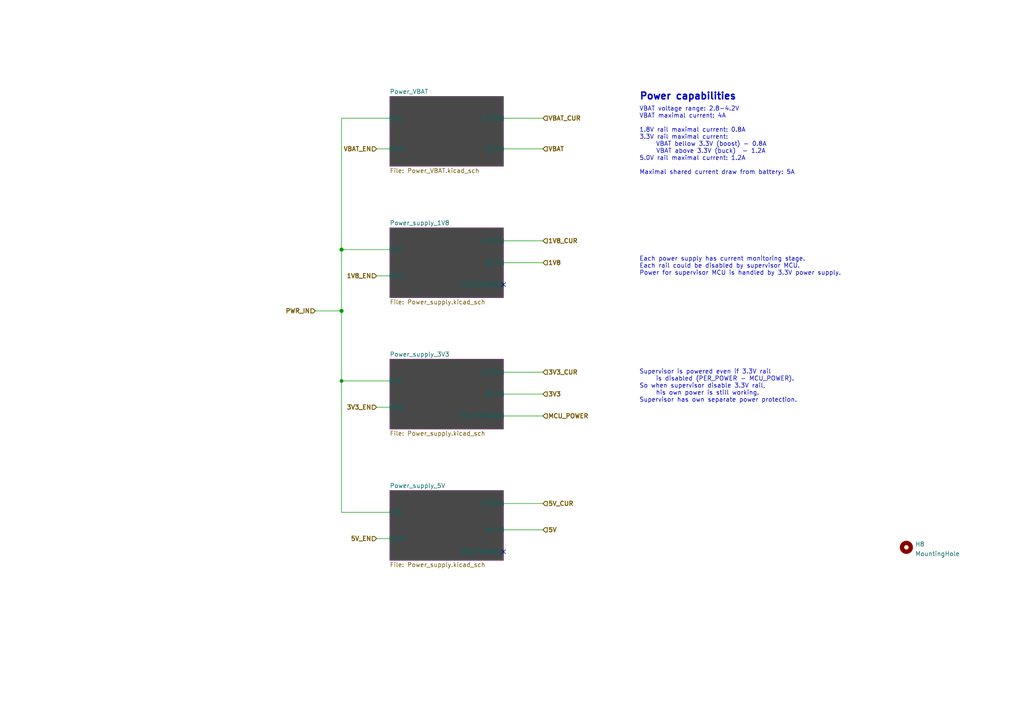
<source format=kicad_sch>
(kicad_sch (version 20210621) (generator eeschema)
  (paper "A4")
  (title_block (title "BUTCube - EPS") (date "2021-06-01") (rev "v1.0") (company "VUT - FIT(STRaDe) & FME(IAE & IPE)") (comment 1 "Author: Petr Malaník"))
  (lib_symbols
    (symbol "Mechanical:MountingHole" (pin_names (offset 1.016))
      (property "Reference" "H" (at 0 5.08 0))
      (property "Value" "MountingHole" (at 0 3.175 0))
      (symbol "MountingHole_0_1"
        (circle (center 0 0) (radius 1.27) (stroke (width 1.27)))
      )
    )
  )
  (junction (at 99.06 72.39) (diameter 1.016))
  (junction (at 99.06 90.17) (diameter 1.016))
  (junction (at 99.06 110.49) (diameter 0.9144))
  (no_connect (at 146.05 82.55))
  (no_connect (at 146.05 160.02))
  (wire (pts (xy 99.06 34.29) (xy 99.06 72.39)))
  (wire (pts (xy 99.06 72.39) (xy 99.06 90.17)))
  (wire (pts (xy 99.06 72.39) (xy 113.03 72.39)))
  (wire (pts (xy 99.06 90.17) (xy 91.44 90.17)))
  (wire (pts (xy 99.06 90.17) (xy 99.06 110.49)))
  (wire (pts (xy 99.06 110.49) (xy 113.03 110.49)))
  (wire (pts (xy 99.06 148.59) (xy 99.06 110.49)))
  (wire (pts (xy 99.06 148.59) (xy 113.03 148.59)))
  (wire (pts (xy 109.22 43.18) (xy 113.03 43.18)))
  (wire (pts (xy 109.22 80.01) (xy 113.03 80.01)))
  (wire (pts (xy 109.22 118.11) (xy 113.03 118.11)))
  (wire (pts (xy 109.22 156.21) (xy 113.03 156.21)))
  (wire (pts (xy 113.03 34.29) (xy 99.06 34.29)))
  (wire (pts (xy 146.05 34.29) (xy 157.48 34.29)))
  (wire (pts (xy 146.05 43.18) (xy 157.48 43.18)))
  (wire (pts (xy 146.05 69.85) (xy 157.48 69.85)))
  (wire (pts (xy 146.05 76.2) (xy 157.48 76.2)))
  (wire (pts (xy 146.05 107.95) (xy 157.48 107.95)))
  (wire (pts (xy 146.05 114.3) (xy 157.48 114.3)))
  (wire (pts (xy 146.05 120.65) (xy 157.48 120.65)))
  (wire (pts (xy 146.05 146.05) (xy 157.48 146.05)))
  (wire (pts (xy 146.05 153.67) (xy 157.48 153.67)))
  (text "Power capabilities" (at 185.42 29.21 0) (effects (font (size 2 2) (thickness 0.4) bold) (justify left bottom)))
  (text "VBAT voltage range: 2.8-4.2V\nVBAT maximal current: 4A\n\n1.8V rail maximal current: 0.8A\n3.3V rail maximal current:\n	VBAT bellow 3.3V (boost) - 0.8A\n     VBAT above 3.3V (buck)  - 1.2A\n5.0V rail maximal current: 1.2A\n\nMaximal shared current draw from battery: 5A\n" (at 185.42 50.8 0) (effects (font (size 1.27 1.27)) (justify left bottom)))
  (text "Each power supply has current monitoring stage.\nEach rail could be disabled by supervisor MCU.\nPower for supervisor MCU is handled by 3.3V power supply.\n" (at 185.42 80.01 0) (effects (font (size 1.27 1.27)) (justify left bottom)))
  (text "Supervisor is powered even if 3.3V rail\n	is disabled (PER_POWER - MCU_POWER).\nSo when supervisor disable 3.3V rail,\n	his own power is still working.\nSupervisor has own separate power protection." (at 185.42 116.84 0) (effects (font (size 1.27 1.27)) (justify left bottom)))
  (hierarchical_label "PWR_IN" (shape input) (at 91.44 90.17 180) (effects (font (thickness 0.254))))
  (hierarchical_label "VBAT_EN" (shape input) (at 109.22 43.18 180) (effects (font (thickness 0.254))))
  (hierarchical_label "1V8_EN" (shape input) (at 109.22 80.01 180) (effects (font (thickness 0.254))))
  (hierarchical_label "3V3_EN" (shape input) (at 109.22 118.11 180) (effects (font (thickness 0.254))))
  (hierarchical_label "5V_EN" (shape input) (at 109.22 156.21 180) (effects (font (thickness 0.254))))
  (hierarchical_label "VBAT_CUR" (shape input) (at 157.48 34.29 0) (effects (font (thickness 0.254))))
  (hierarchical_label "VBAT" (shape input) (at 157.48 43.18 0) (effects (font (thickness 0.254))))
  (hierarchical_label "1V8_CUR" (shape input) (at 157.48 69.85 0) (effects (font (thickness 0.254))))
  (hierarchical_label "1V8" (shape input) (at 157.48 76.2 0) (effects (font (thickness 0.254))))
  (hierarchical_label "3V3_CUR" (shape input) (at 157.48 107.95 0) (effects (font (thickness 0.254))))
  (hierarchical_label "3V3" (shape input) (at 157.48 114.3 0) (effects (font (thickness 0.254))))
  (hierarchical_label "MCU_POWER" (shape input) (at 157.48 120.65 0) (effects (font (thickness 0.254))))
  (hierarchical_label "5V_CUR" (shape input) (at 157.48 146.05 0) (effects (font (thickness 0.254))))
  (hierarchical_label "5V" (shape input) (at 157.48 153.67 0) (effects (font (thickness 0.254))))
  (symbol (lib_id "Mechanical:MountingHole") (at 262.89 158.75 0)
    (property "Reference" "H8" (at 265.4301 157.8415 0) (effects (justify left)))
    (property "Value" "MountingHole" (at 265.4301 160.6166 0) (effects (justify left)))
    (property "Footprint" "MountingHole:MountingHole_3.2mm_M3_Pad_Via" (effects hide))
  )
  (sheet (at 113.03 27.94) (size 33.02 20.32) (stroke (width 0.001) (color 132 0 132 1)) (fill (color 72 72 72 1.0000))
    (property "Sheet name" "Power_VBAT" (at 113.03 27.3043 0) (effects (justify left bottom)))
    (property "Sheet file" "Power_VBAT.kicad_sch" (at 113.03 48.7687 0) (effects (justify left top)))
    (pin "OUT" input (at 146.05 43.18 0))
    (pin "IN" input (at 113.03 34.29 180))
    (pin "I_SEN" input (at 146.05 34.29 0))
    (pin "EN" input (at 113.03 43.18 180))
  )
  (sheet (at 113.03 66.04) (size 33.02 20.32) (stroke (width 0.001) (color 132 0 132 1)) (fill (color 72 72 72 1.0000))
    (property "Sheet name" "Power_supply_1V8" (at 113.03 65.4043 0) (effects (justify left bottom)))
    (property "Sheet file" "Power_supply.kicad_sch" (at 113.03 86.8687 0) (effects (justify left top)))
    (pin "IN" input (at 113.03 72.39 180))
    (pin "OUT" input (at 146.05 76.2 0))
    (pin "I_SEN" input (at 146.05 69.85 0))
    (pin "EN" input (at 113.03 80.01 180))
    (pin "PER_POWER" input (at 146.05 82.55 0))
  )
  (sheet (at 113.03 104.14) (size 33.02 20.32) (stroke (width 0.001) (color 132 0 132 1)) (fill (color 72 72 72 1.0000))
    (property "Sheet name" "Power_supply_3V3" (at 113.03 103.5043 0) (effects (justify left bottom)))
    (property "Sheet file" "Power_supply.kicad_sch" (at 113.03 124.9687 0) (effects (justify left top)))
    (pin "IN" input (at 113.03 110.49 180))
    (pin "OUT" input (at 146.05 114.3 0))
    (pin "I_SEN" input (at 146.05 107.95 0))
    (pin "EN" input (at 113.03 118.11 180))
    (pin "PER_POWER" input (at 146.05 120.65 0))
  )
  (sheet (at 113.03 142.24) (size 33.02 20.32) (stroke (width 0.001) (color 132 0 132 1)) (fill (color 72 72 72 1.0000))
    (property "Sheet name" "Power_supply_5V" (at 113.03 141.6043 0) (effects (justify left bottom)))
    (property "Sheet file" "Power_supply.kicad_sch" (at 113.03 163.0687 0) (effects (justify left top)))
    (pin "IN" input (at 113.03 148.59 180))
    (pin "OUT" input (at 146.05 153.67 0))
    (pin "I_SEN" input (at 146.05 146.05 0))
    (pin "EN" input (at 113.03 156.21 180))
    (pin "PER_POWER" input (at 146.05 160.02 0))
  )
)
</source>
